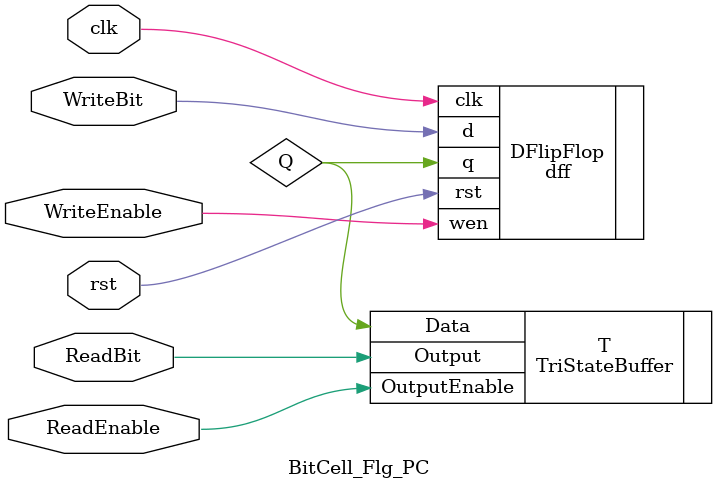
<source format=v>
module PCRg(clk,
            rst,
            WriteInput,
            ReadOutput);
  input clk, rst;
  input [15:0] WriteInput;
  inout [15:0] ReadOutput;

  wire WriteEnable, ReadEnable;
  assign WriteEnable = 1'b1;
  assign ReadEnable = 1'b1;

  BitCell_Flg_PC Bit0(.clk(clk),
                      .rst(rst),
                      .WriteBit(WriteInput[0]),
                      .WriteEnable(WriteEnable),
                      .ReadBit(ReadOutput[0]),
                      .ReadEnable(ReadEnable));
  BitCell_Flg_PC Bit1(.clk(clk),
                      .rst(rst),
                      .WriteBit(WriteInput[1]),
                      .WriteEnable(WriteEnable),
                      .ReadBit(ReadOutput[1]),
                      .ReadEnable(ReadEnable));
  BitCell_Flg_PC Bit2(.clk(clk),
                      .rst(rst),
                      .WriteBit(WriteInput[2]),
                      .WriteEnable(WriteEnable),
                      .ReadBit(ReadOutput[2]),
                      .ReadEnable(ReadEnable));
  BitCell_Flg_PC Bit3(.clk(clk),
                      .rst(rst),
                      .WriteBit(WriteInput[3]),
                      .WriteEnable(WriteEnable),
                      .ReadBit(ReadOutput[3]),
                      .ReadEnable(ReadEnable));
  BitCell_Flg_PC Bit4(.clk(clk),
                      .rst(rst),
                      .WriteBit(WriteInput[4]),
                      .WriteEnable(WriteEnable),
                      .ReadBit(ReadOutput[4]),
                      .ReadEnable(ReadEnable));
  BitCell_Flg_PC Bit5(.clk(clk),
                      .rst(rst),
                      .WriteBit(WriteInput[5]),
                      .WriteEnable(WriteEnable),
                      .ReadBit(ReadOutput[5]),
                      .ReadEnable(ReadEnable));
  BitCell_Flg_PC Bit6(.clk(clk),
                      .rst(rst),
                      .WriteBit(WriteInput[6]),
                      .WriteEnable(WriteEnable),
                      .ReadBit(ReadOutput[6]),
                      .ReadEnable(ReadEnable));
  BitCell_Flg_PC Bit7(.clk(clk),
                      .rst(rst),
                      .WriteBit(WriteInput[7]),
                      .WriteEnable(WriteEnable),
                      .ReadBit(ReadOutput[7]),
                      .ReadEnable(ReadEnable));
  BitCell_Flg_PC Bit8(.clk(clk),
                      .rst(rst),
                      .WriteBit(WriteInput[8]),
                      .WriteEnable(WriteEnable),
                      .ReadBit(ReadOutput[8]),
                      .ReadEnable(ReadEnable));
  BitCell_Flg_PC Bit9(.clk(clk),
                      .rst(rst),
                      .WriteBit(WriteInput[9]),
                      .WriteEnable(WriteEnable),
                      .ReadBit(ReadOutput[9]),
                      .ReadEnable(ReadEnable));
  BitCell_Flg_PC Bit10(.clk(clk),
                       .rst(rst),
                       .WriteBit(WriteInput[10]),
                       .WriteEnable(WriteEnable),
                       .ReadBit(ReadOutput[10]),
                       .ReadEnable(ReadEnable));
  BitCell_Flg_PC Bit11(.clk(clk),
                       .rst(rst),
                       .WriteBit(WriteInput[11]),
                       .WriteEnable(WriteEnable),
                       .ReadBit(ReadOutput[11]),
                       .ReadEnable(ReadEnable));
  BitCell_Flg_PC Bit12(.clk(clk),
                       .rst(rst),
                       .WriteBit(WriteInput[12]),
                       .WriteEnable(WriteEnable),
                       .ReadBit(ReadOutput[12]),
                       .ReadEnable(ReadEnable));
  BitCell_Flg_PC Bit13(.clk(clk),
                       .rst(rst),
                       .WriteBit(WriteInput[13]),
                       .WriteEnable(WriteEnable),
                       .ReadBit(ReadOutput[13]),
                       .ReadEnable(ReadEnable));
  BitCell_Flg_PC Bit14(.clk(clk),
                       .rst(rst),
                       .WriteBit(WriteInput[14]),
                       .WriteEnable(WriteEnable),
                       .ReadBit(ReadOutput[14]),
                       .ReadEnable(ReadEnable));
  BitCell_Flg_PC Bit15(.clk(clk),
                       .rst(rst),
                       .WriteBit(WriteInput[15]),
                       .WriteEnable(WriteEnable),
                       .ReadBit(ReadOutput[15]),
                       .ReadEnable(ReadEnable));
endmodule

// Flag register
// author: Kevin Kristensen
module FlagRg(clk,
              rst,
              WriteInput,
              WriteEnable,
              ReadOutput,
              ReadEnable);
  input clk, rst, WriteEnable, ReadEnable;
  input [2:0] WriteInput;
  inout [2:0] ReadOutput;

  BitCell_Flg_PC Bit0(.clk(clk),
                      .rst(rst),
                      .WriteBit(WriteInput[0]),
                      .WriteEnable(WriteEnable),
                      .ReadBit(ReadOutput[0]),
                      .ReadEnable(ReadEnable));
  BitCell_Flg_PC Bit1(.clk(clk),
                      .rst(rst),
                      .WriteBit(WriteInput[1]),
                      .WriteEnable(WriteEnable),
                      .ReadBit(ReadOutput[1]),
                      .ReadEnable(ReadEnable));
  BitCell_Flg_PC Bit2(.clk(clk),
                      .rst(rst),
                      .WriteBit(WriteInput[2]),
                      .WriteEnable(WriteEnable),
                      .ReadBit(ReadOutput[2]),
                      .ReadEnable(ReadEnable));

endmodule

// Bit cell consisting of a D flip-flop and a tri-state buffer,
// with only one read line.
// author: Kevin Kristensen
module BitCell_Flg_PC(clk, 
                      rst, // Reset (for flip-flop)
                      WriteBit, 
                      WriteEnable,
                      ReadBit,
                      ReadEnable);
  input clk, rst, WriteBit, WriteEnable, ReadEnable;
  inout ReadBit;

  wire Q; // DFF output

  dff DFlipFlop(.q(Q), .d(WriteBit), .wen(WriteEnable), .clk(clk), .rst(rst));
  TriStateBuffer T(.Data(Q), .OutputEnable(ReadEnable), .Output(ReadBit));
endmodule
</source>
